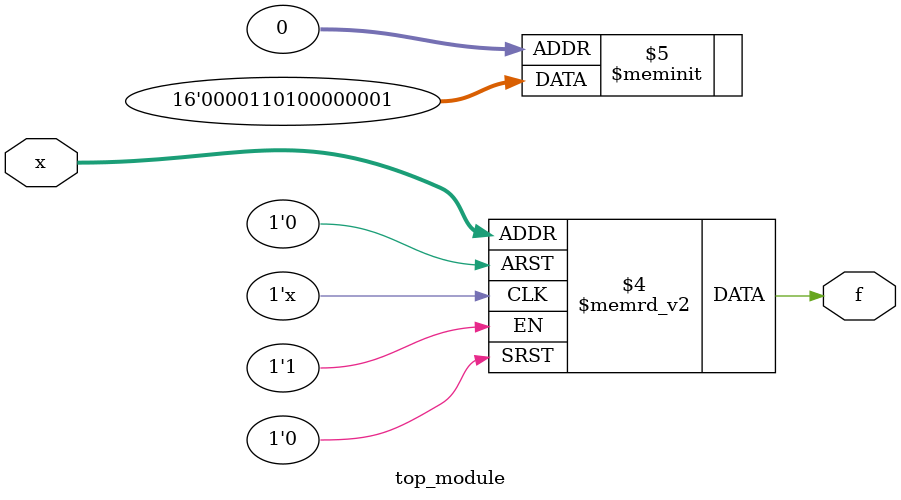
<source format=sv>
module top_module (
    input [4:1] x,
    output logic f
);

always_comb begin
    case (x)
        4'b0000, 4'b1000, 4'b1010, 4'b1011: f = 1'b1; // Represent the 1 cells in the Karnaugh map
        4'b0001, 4'b0010, 4'b0011, 4'b0100, 4'b0101, 4'b0110, 4'b0111, 4'b1001, 4'b1100, 4'b1101, 4'b1110, 4'b1111: f = 1'b0;
        default: f = 1'b0;
    endcase
end

endmodule

</source>
